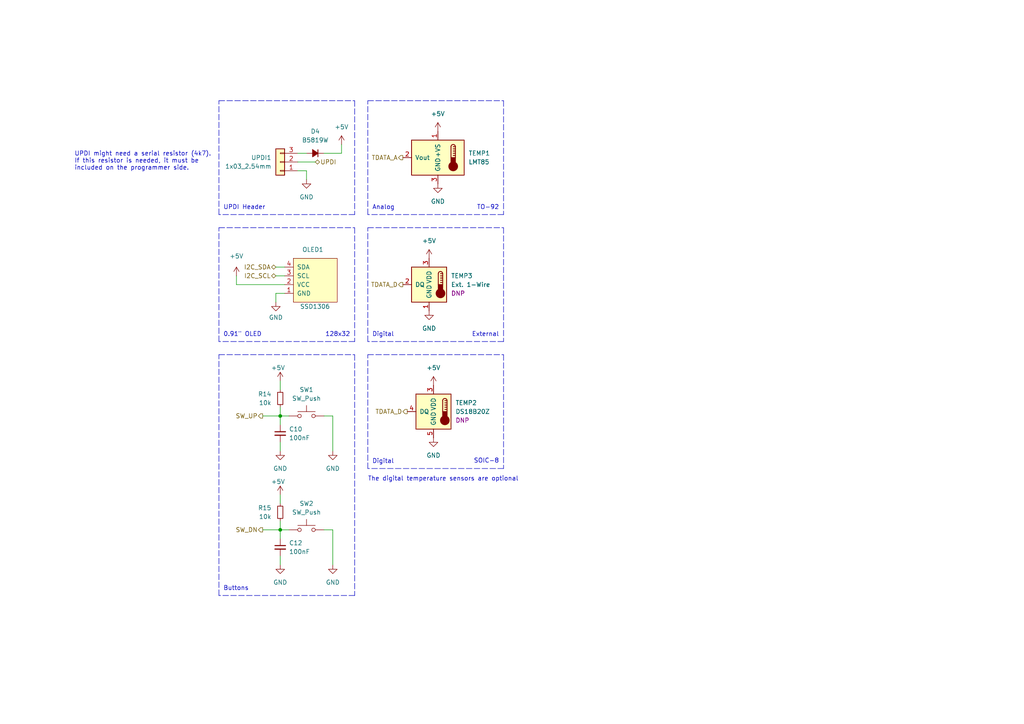
<source format=kicad_sch>
(kicad_sch (version 20211123) (generator eeschema)
  (paper "A4")
  (lib_symbols
    (symbol "Connector_Generic:Conn_01x03" (pin_names (offset 1.016) hide)
      (property "Reference" "J" (at 0 5.08 0))
      (property "Value" "Conn_01x03" (at 0 -5.08 0))
      (symbol "Conn_01x03_1_1"
        (rectangle (start -1.27 -2.413) (end 0 -2.667) (stroke (width 0.1524)))
        (rectangle (start -1.27 0.127) (end 0 -0.127) (stroke (width 0.1524)))
        (rectangle (start -1.27 2.667) (end 0 2.413) (stroke (width 0.1524)))
        (rectangle (start -1.27 3.81) (end 1.27 -3.81) (stroke (width 0.254)) (fill (type background)))
        (pin passive line (at -5.08 2.54 0) (length 3.81) (name "Pin_1") (number "1"))
        (pin passive line (at -5.08 0 0) (length 3.81) (name "Pin_2") (number "2"))
        (pin passive line (at -5.08 -2.54 0) (length 3.81) (name "Pin_3") (number "3"))
      )
    )
    (symbol "Device:C_Small" (pin_numbers hide) (pin_names (offset 0.254) hide)
      (property "Reference" "C" (at 0.254 1.778 0))
      (property "Value" "C_Small" (at 0.254 -2.032 0))
      (symbol "C_Small_0_1"
        (polyline (pts (xy -1.524 -0.508) (xy 1.524 -0.508)) (stroke (width 0.3302)))
        (polyline (pts (xy -1.524 0.508) (xy 1.524 0.508)) (stroke (width 0.3048)))
      )
      (symbol "C_Small_1_1"
        (pin passive line (at 0 2.54 270) (length 2.032) (name "~") (number "1"))
        (pin passive line (at 0 -2.54 90) (length 2.032) (name "~") (number "2"))
      )
    )
    (symbol "Device:D_Small_Filled" (pin_numbers hide) (pin_names (offset 0.254) hide)
      (property "Reference" "D" (at -1.27 2.032 0))
      (property "Value" "D_Small_Filled" (at -3.81 -2.032 0))
      (symbol "D_Small_Filled_0_1"
        (polyline (pts (xy -0.762 -1.016) (xy -0.762 1.016)) (stroke (width 0.254)))
        (polyline (pts (xy -0.762 0) (xy 0.762 0)))
        (polyline (pts (xy 0.762 -1.016) (xy -0.762 0) (xy 0.762 1.016) (xy 0.762 -1.016)) (stroke (width 0.254)) (fill (type outline)))
      )
      (symbol "D_Small_Filled_1_1"
        (pin passive line (at -2.54 0 0) (length 1.778) (name "K") (number "1"))
        (pin passive line (at 2.54 0 180) (length 1.778) (name "A") (number "2"))
      )
    )
    (symbol "Device:R_Small" (pin_numbers hide) (pin_names (offset 0.254) hide)
      (property "Reference" "R" (at 0.762 0.508 0))
      (property "Value" "R_Small" (at 0.762 -1.016 0))
      (symbol "R_Small_0_1"
        (rectangle (start -0.762 1.778) (end 0.762 -1.778) (stroke (width 0.2032)))
      )
      (symbol "R_Small_1_1"
        (pin passive line (at 0 2.54 270) (length 0.762) (name "~") (number "1"))
        (pin passive line (at 0 -2.54 90) (length 0.762) (name "~") (number "2"))
      )
    )
    (symbol "OLED SSD1306:SSD1306" (pin_names (offset 1.016))
      (property "Reference" "Brd" (at 0 -3.81 0))
      (property "Value" "SSD1306" (at 0 -1.27 0))
      (symbol "SSD1306_0_1"
        (rectangle (start -6.35 6.35) (end 6.35 -6.35) (fill (type background)))
      )
      (symbol "SSD1306_1_1"
        (pin input line (at -3.81 8.89 270) (length 2.54) (name "GND") (number "1"))
        (pin input line (at -1.27 8.89 270) (length 2.54) (name "VCC") (number "2"))
        (pin input line (at 1.27 8.89 270) (length 2.54) (name "SCL") (number "3"))
        (pin input line (at 3.81 8.89 270) (length 2.54) (name "SDA") (number "4"))
      )
    )
    (symbol "Sensor_Temperature:DS18B20" (pin_names (offset 1.016))
      (property "Reference" "U" (at -3.81 6.35 0))
      (property "Value" "DS18B20" (at 6.35 6.35 0))
      (symbol "DS18B20_0_1"
        (rectangle (start -5.08 5.08) (end 5.08 -5.08) (stroke (width 0.254)) (fill (type background)))
        (circle (center -3.302 -2.54) (radius 1.27) (stroke (width 0.254)) (fill (type outline)))
        (rectangle (start -2.667 -1.905) (end -3.937 0) (stroke (width 0.254)) (fill (type outline)))
        (arc (start -2.667 3.175) (mid -3.302 3.81) (end -3.937 3.175) (stroke (width 0.254)))
        (polyline (pts (xy -3.937 0.635) (xy -3.302 0.635)) (stroke (width 0.254)))
        (polyline (pts (xy -3.937 1.27) (xy -3.302 1.27)) (stroke (width 0.254)))
        (polyline (pts (xy -3.937 1.905) (xy -3.302 1.905)) (stroke (width 0.254)))
        (polyline (pts (xy -3.937 2.54) (xy -3.302 2.54)) (stroke (width 0.254)))
        (polyline (pts (xy -3.937 3.175) (xy -3.937 0)) (stroke (width 0.254)))
        (polyline (pts (xy -3.937 3.175) (xy -3.302 3.175)) (stroke (width 0.254)))
        (polyline (pts (xy -2.667 3.175) (xy -2.667 0)) (stroke (width 0.254)))
      )
      (symbol "DS18B20_1_1"
        (pin power_in line (at 0 -7.62 90) (length 2.54) (name "GND") (number "1"))
        (pin bidirectional line (at 7.62 0 180) (length 2.54) (name "DQ") (number "2"))
        (pin power_in line (at 0 7.62 270) (length 2.54) (name "VDD") (number "3"))
      )
    )
    (symbol "Sensor_Temperature:DS18B20Z" (pin_names (offset 1.016))
      (property "Reference" "U" (at -3.81 6.35 0))
      (property "Value" "DS18B20Z" (at 5.08 6.35 0))
      (symbol "DS18B20Z_0_1"
        (rectangle (start -5.08 5.08) (end 5.08 -5.08) (stroke (width 0.254)) (fill (type background)))
        (circle (center -3.302 -2.54) (radius 1.27) (stroke (width 0.254)) (fill (type outline)))
        (rectangle (start -2.667 -1.905) (end -3.937 0) (stroke (width 0.254)) (fill (type outline)))
        (arc (start -2.667 3.175) (mid -3.302 3.81) (end -3.937 3.175) (stroke (width 0.254)))
        (polyline (pts (xy -3.937 0.635) (xy -3.302 0.635)) (stroke (width 0.254)))
        (polyline (pts (xy -3.937 1.27) (xy -3.302 1.27)) (stroke (width 0.254)))
        (polyline (pts (xy -3.937 1.905) (xy -3.302 1.905)) (stroke (width 0.254)))
        (polyline (pts (xy -3.937 2.54) (xy -3.302 2.54)) (stroke (width 0.254)))
        (polyline (pts (xy -3.937 3.175) (xy -3.937 0)) (stroke (width 0.254)))
        (polyline (pts (xy -3.937 3.175) (xy -3.302 3.175)) (stroke (width 0.254)))
        (polyline (pts (xy -2.667 3.175) (xy -2.667 0)) (stroke (width 0.254)))
      )
      (symbol "DS18B20Z_1_1"
        (pin no_connect line (at -7.62 2.54 0) (length 2.54) hide (name "NC") (number "1"))
        (pin no_connect line (at -7.62 0 0) (length 2.54) hide (name "NC") (number "2"))
        (pin power_in line (at 0 7.62 270) (length 2.54) (name "VDD") (number "3"))
        (pin bidirectional line (at 7.62 0 180) (length 2.54) (name "DQ") (number "4"))
        (pin power_in line (at 0 -7.62 90) (length 2.54) (name "GND") (number "5"))
        (pin no_connect line (at -7.62 -2.54 0) (length 2.54) hide (name "NC") (number "6"))
        (pin no_connect line (at 7.62 2.54 180) (length 2.54) hide (name "NC") (number "7"))
        (pin no_connect line (at 7.62 -2.54 180) (length 2.54) hide (name "NC") (number "8"))
      )
    )
    (symbol "Sensor_Temperature:LM35-LP" (pin_names (offset 1.016))
      (property "Reference" "U" (at -6.35 6.35 0))
      (property "Value" "LM35-LP" (at 1.27 6.35 0))
      (symbol "LM35-LP_0_1"
        (rectangle (start -7.62 5.08) (end 7.62 -5.08) (stroke (width 0.254)) (fill (type background)))
        (circle (center -4.445 -2.54) (radius 1.27) (stroke (width 0.254)) (fill (type outline)))
        (rectangle (start -3.81 -1.905) (end -5.08 0) (stroke (width 0.254)) (fill (type outline)))
        (arc (start -3.81 3.175) (mid -4.445 3.81) (end -5.08 3.175) (stroke (width 0.254)))
        (polyline (pts (xy -5.08 0.635) (xy -4.445 0.635)) (stroke (width 0.254)))
        (polyline (pts (xy -5.08 1.27) (xy -4.445 1.27)) (stroke (width 0.254)))
        (polyline (pts (xy -5.08 1.905) (xy -4.445 1.905)) (stroke (width 0.254)))
        (polyline (pts (xy -5.08 2.54) (xy -4.445 2.54)) (stroke (width 0.254)))
        (polyline (pts (xy -5.08 3.175) (xy -5.08 0)) (stroke (width 0.254)))
        (polyline (pts (xy -5.08 3.175) (xy -4.445 3.175)) (stroke (width 0.254)))
        (polyline (pts (xy -3.81 3.175) (xy -3.81 0)) (stroke (width 0.254)))
      )
      (symbol "LM35-LP_1_1"
        (pin power_in line (at 0 7.62 270) (length 2.54) (name "+VS") (number "1"))
        (pin output line (at 10.16 0 180) (length 2.54) (name "Vout") (number "2"))
        (pin power_in line (at 0 -7.62 90) (length 2.54) (name "GND") (number "3"))
      )
    )
    (symbol "Switch:SW_Push" (pin_numbers hide) (pin_names (offset 1.016) hide)
      (property "Reference" "SW" (at 1.27 2.54 0))
      (property "Value" "SW_Push" (at 0 -1.524 0))
      (symbol "SW_Push_0_1"
        (circle (center -2.032 0) (radius 0.508))
        (polyline (pts (xy 0 1.27) (xy 0 3.048)))
        (polyline (pts (xy 2.54 1.27) (xy -2.54 1.27)))
        (circle (center 2.032 0) (radius 0.508))
        (pin passive line (at -5.08 0 0) (length 2.54) (name "1") (number "1"))
        (pin passive line (at 5.08 0 180) (length 2.54) (name "2") (number "2"))
      )
    )
    (symbol "power:+5V" (power) (pin_names (offset 0))
      (property "Value" "+5V" (at 0 3.556 0))
      (symbol "+5V_0_1"
        (polyline (pts (xy -0.762 1.27) (xy 0 2.54)))
        (polyline (pts (xy 0 0) (xy 0 2.54)))
        (polyline (pts (xy 0 2.54) (xy 0.762 1.27)))
      )
      (symbol "+5V_1_1"
        (pin power_in line (at 0 0 90) (length 0) hide (name "+5V") (number "1"))
      )
    )
    (symbol "power:GND" (power) (pin_names (offset 0))
      (property "Value" "GND" (at 0 -3.81 0))
      (symbol "GND_0_1"
        (polyline (pts (xy 0 0) (xy 0 -1.27) (xy 1.27 -1.27) (xy 0 -2.54) (xy -1.27 -1.27) (xy 0 -1.27)))
      )
      (symbol "GND_1_1"
        (pin power_in line (at 0 0 270) (length 0) hide (name "GND") (number "1"))
      )
    )
  )
  (junction (at 81.28 120.65))
  (junction (at 81.28 153.67))
  (wire (pts (xy 83.82 153.67) (xy 81.28 153.67)))
  (wire (pts (xy 81.28 163.83) (xy 81.28 161.29)))
  (wire (pts (xy 86.36 46.99) (xy 91.44 46.99)))
  (polyline (pts (xy 106.68 62.23) (xy 106.68 29.21)))
  (polyline (pts (xy 146.05 29.21) (xy 146.05 62.23)))
  (wire (pts (xy 76.2 120.65) (xy 81.28 120.65)))
  (wire (pts (xy 68.58 80.01) (xy 68.58 82.55)))
  (polyline (pts (xy 106.68 99.06) (xy 106.68 66.04)))
  (wire (pts (xy 86.36 49.53) (xy 88.9 49.53)))
  (wire (pts (xy 86.36 44.45) (xy 88.9 44.45)))
  (wire (pts (xy 99.06 44.45) (xy 99.06 41.91)))
  (wire (pts (xy 88.9 49.53) (xy 88.9 52.07)))
  (wire (pts (xy 96.52 120.65) (xy 93.98 120.65)))
  (polyline (pts (xy 63.5 29.21) (xy 102.87 29.21)))
  (wire (pts (xy 80.01 80.01) (xy 82.55 80.01)))
  (wire (pts (xy 80.01 85.09) (xy 82.55 85.09)))
  (polyline (pts (xy 146.05 135.89) (xy 106.68 135.89)))
  (wire (pts (xy 83.82 120.65) (xy 81.28 120.65)))
  (polyline (pts (xy 102.87 102.87) (xy 102.87 172.72)))
  (wire (pts (xy 81.28 153.67) (xy 81.28 156.21)))
  (polyline (pts (xy 146.05 62.23) (xy 106.68 62.23)))
  (polyline (pts (xy 63.5 66.04) (xy 102.87 66.04)))
  (polyline (pts (xy 102.87 29.21) (xy 102.87 62.23)))
  (polyline (pts (xy 102.87 172.72) (xy 63.5 172.72)))
  (wire (pts (xy 81.28 118.11) (xy 81.28 120.65)))
  (polyline (pts (xy 102.87 66.04) (xy 102.87 99.06)))
  (polyline (pts (xy 63.5 99.06) (xy 63.5 66.04)))
  (wire (pts (xy 81.28 110.49) (xy 81.28 113.03)))
  (polyline (pts (xy 106.68 135.89) (xy 106.68 102.87)))
  (wire (pts (xy 81.28 143.51) (xy 81.28 146.05)))
  (polyline (pts (xy 146.05 102.87) (xy 146.05 135.89)))
  (wire (pts (xy 80.01 77.47) (xy 82.55 77.47)))
  (polyline (pts (xy 63.5 102.87) (xy 102.87 102.87)))
  (polyline (pts (xy 146.05 99.06) (xy 106.68 99.06)))
  (wire (pts (xy 68.58 82.55) (xy 82.55 82.55)))
  (polyline (pts (xy 102.87 62.23) (xy 63.5 62.23)))
  (polyline (pts (xy 106.68 29.21) (xy 146.05 29.21)))
  (polyline (pts (xy 102.87 99.06) (xy 63.5 99.06)))
  (wire (pts (xy 81.28 130.81) (xy 81.28 128.27)))
  (polyline (pts (xy 106.68 66.04) (xy 146.05 66.04)))
  (wire (pts (xy 96.52 153.67) (xy 93.98 153.67)))
  (polyline (pts (xy 106.68 102.87) (xy 146.05 102.87)))
  (polyline (pts (xy 146.05 66.04) (xy 146.05 99.06)))
  (wire (pts (xy 93.98 44.45) (xy 99.06 44.45)))
  (wire (pts (xy 96.52 153.67) (xy 96.52 163.83)))
  (polyline (pts (xy 63.5 62.23) (xy 63.5 29.21)))
  (wire (pts (xy 81.28 151.13) (xy 81.28 153.67)))
  (wire (pts (xy 76.2 153.67) (xy 81.28 153.67)))
  (polyline (pts (xy 63.5 172.72) (xy 63.5 102.87)))
  (wire (pts (xy 80.01 87.63) (xy 80.01 85.09)))
  (wire (pts (xy 81.28 120.65) (xy 81.28 123.19)))
  (wire (pts (xy 96.52 120.65) (xy 96.52 130.81)))
  (text "SOIC-8" (at 144.78 134.4966 180) (effects (font (size 1.27 1.27)) (justify right bottom)))
  (text "Digital" (at 107.95 97.79 0) (effects (font (size 1.27 1.27)) (justify left bottom)))
  (text "UPDI Header\n" (at 64.77 60.96 0) (effects (font (size 1.27 1.27)) (justify left bottom)))
  (text "128x32" (at 101.6 97.79 180) (effects (font (size 1.27 1.27)) (justify right bottom)))
  (text "Analog" (at 107.95 60.96 0) (effects (font (size 1.27 1.27)) (justify left bottom)))
  (text "TO-92" (at 144.78 60.96 180) (effects (font (size 1.27 1.27)) (justify right bottom)))
  (text "0.91\" OLED\n" (at 64.77 97.79 0) (effects (font (size 1.27 1.27)) (justify left bottom)))
  (text "The digital temperature sensors are optional" (at 106.68 139.7 0) (effects (font (size 1.27 1.27)) (justify left bottom)))
  (text "Digital" (at 107.95 134.62 0) (effects (font (size 1.27 1.27)) (justify left bottom)))
  (text "Buttons" (at 64.77 171.45 0) (effects (font (size 1.27 1.27)) (justify left bottom)))
  (text "UPDI might need a serial resistor (4k7).\nIf this resistor is needed, it must be\nincluded on the programmer side." (at 21.59 49.53 0) (effects (font (size 1.27 1.27)) (justify left bottom)))
  (text "External" (at 144.78 97.79 180) (effects (font (size 1.27 1.27)) (justify right bottom)))
  (hierarchical_label "UPDI" (shape bidirectional) (at 91.44 46.99 0))
  (hierarchical_label "TDATA_D" (shape output) (at 116.84 82.55 180))
  (hierarchical_label "SW_UP" (shape output) (at 76.2 120.65 180))
  (hierarchical_label "TDATA_A" (shape output) (at 116.84 45.72 180))
  (hierarchical_label "I2C_SCL" (shape bidirectional) (at 80.01 80.01 180))
  (hierarchical_label "TDATA_D" (shape output) (at 118.11 119.38 180))
  (hierarchical_label "SW_DN" (shape output) (at 76.2 153.67 180))
  (hierarchical_label "I2C_SDA" (shape bidirectional) (at 80.01 77.47 180))
  (symbol (lib_id "OLED SSD1306:SSD1306") (at 91.44 81.28 90) (unit 1)
    (property "Reference" "OLED1" (at 87.63 72.39 90) (effects (justify right)))
    (property "Value" "SSD1306" (at 86.995 88.9 90) (effects (justify right)))
    (property "Footprint" "User:0.91Inch-OLED-Module" (effects hide))
    (property "Information" "buy actual OLED module else where, check pinout: GND, VDD, SCL, SDA" (effects hide))
    (property "LCSC Part Number" "C2718488" (effects hide))
    (property "LCSC Part Number Alternative" "C225501" (effects hide))
  )
  (symbol (lib_id "power:+5V") (at 127 38.1 0) (mirror y) (unit 1)
    (property "Reference" "#PWR0115" (effects hide))
    (property "Value" "+5V" (at 127 33.02 0))
  )
  (symbol (lib_id "power:GND") (at 96.52 130.81 0) (unit 1)
    (property "Reference" "#PWR0122" (effects hide))
    (property "Value" "GND" (at 96.52 135.89 0))
  )
  (symbol (lib_id "power:GND") (at 124.46 90.17 0) (unit 1)
    (property "Reference" "#PWR0124" (effects hide))
    (property "Value" "GND" (at 124.46 95.25 0))
  )
  (symbol (lib_id "Sensor_Temperature:DS18B20") (at 124.46 82.55 0) (mirror y) (unit 1)
    (property "Reference" "TEMP3" (at 130.81 80.0099 0) (effects (justify right)))
    (property "Value" "Ext. 1-Wire" (at 130.81 82.5499 0) (effects (justify right)))
    (property "Footprint" "Connector_PinHeader_2.54mm:PinHeader_1x03_P2.54mm_Vertical" (effects hide))
    (property "Datasheet" "http://datasheets.maximintegrated.com/en/ds/DS18B20.pdf" (effects hide))
    (property "Assembly" "DNP" (at 130.81 85.0899 0) (effects (justify right)))
    (property "Information" "DNP, do not solder this header, just push the header in (friction fit)" (effects hide))
  )
  (symbol (lib_id "Device:C_Small") (at 81.28 125.73 0) (unit 1)
    (property "Reference" "C10" (at 83.82 124.4662 0) (effects (justify left)))
    (property "Value" "100nF" (at 83.82 127.0062 0) (effects (justify left)))
    (property "Footprint" "Capacitor_SMD:C_0805_2012Metric" (effects hide))
    (property "Information" "X7R" (effects hide))
    (property "LCSC Part Number" "C1711" (effects hide))
    (property "LCSC Part Number Alternative" "C49678" (effects hide))
  )
  (symbol (lib_id "Sensor_Temperature:DS18B20Z") (at 125.73 119.38 0) (mirror y) (unit 1)
    (property "Reference" "TEMP2" (at 132.08 116.8399 0) (effects (justify right)))
    (property "Value" "DS18B20Z" (at 132.08 119.3799 0) (effects (justify right)))
    (property "Footprint" "Package_SO:SOIC-8_3.9x4.9mm_P1.27mm" (effects hide))
    (property "LCSC Part Number" "C695837" (effects hide))
    (property "LCSC Part Number Alternative" "C97190" (effects hide))
    (property "Assembly" "DNP" (at 132.08 121.9199 0) (effects (justify right)))
    (property "Information" "DNP" (effects hide))
  )
  (symbol (lib_id "power:+5V") (at 81.28 110.49 0) (unit 1)
    (property "Reference" "#PWR0119" (effects hide))
    (property "Value" "+5V" (at 80.645 106.68 0))
  )
  (symbol (lib_id "power:+5V") (at 125.73 111.76 0) (unit 1)
    (property "Reference" "#PWR0113" (effects hide))
    (property "Value" "+5V" (at 125.73 106.68 0))
  )
  (symbol (lib_id "Switch:SW_Push") (at 88.9 153.67 0) (unit 1)
    (property "Reference" "SW2" (at 88.9 146.05 0))
    (property "Value" "SW_Push" (at 88.9 148.59 0))
    (property "Footprint" "Button_Switch_THT:SW_PUSH_6mm" (effects hide))
    (property "LCSC Part Number" "C136682" (effects hide))
    (property "LCSC Part Number Alternative" "C202375" (effects hide))
  )
  (symbol (lib_id "power:+5V") (at 81.28 143.51 0) (unit 1)
    (property "Reference" "#PWR0121" (effects hide))
    (property "Value" "+5V" (at 80.645 139.7 0))
  )
  (symbol (lib_id "Device:D_Small_Filled") (at 91.44 44.45 180) (unit 1)
    (property "Reference" "D4" (at 91.44 38.1 0))
    (property "Value" "B5819W" (at 91.44 40.64 0))
    (property "Footprint" "Diode_SMD:D_SOD-123" (effects hide))
    (property "LCSC Part Number" "C64885" (effects hide))
    (property "LCSC Part Number Alternative" "C109213" (effects hide))
  )
  (symbol (lib_id "power:+5V") (at 99.06 41.91 0) (unit 1)
    (property "Reference" "#PWR0127" (effects hide))
    (property "Value" "+5V" (at 99.06 36.83 0))
  )
  (symbol (lib_id "Connector_Generic:Conn_01x03") (at 81.28 46.99 180) (unit 1)
    (property "Reference" "UPDI1" (at 78.74 45.7199 0) (effects (justify left)))
    (property "Value" "1x03_2.54mm" (at 78.74 48.2599 0) (effects (justify left)))
    (property "Footprint" "Connector_PinHeader_2.54mm:PinHeader_1x03_P2.54mm_Vertical" (effects hide))
    (property "LCSC Part Number" "C49257" (effects hide))
    (property "LCSC Part Number Alternative" "C429954" (effects hide))
    (property "Information" "do not solder this header, just push the header in (friction fit)" (effects hide))
  )
  (symbol (lib_id "power:GND") (at 125.73 127 0) (unit 1)
    (property "Reference" "#PWR0116" (effects hide))
    (property "Value" "GND" (at 125.73 132.08 0))
  )
  (symbol (lib_id "power:GND") (at 81.28 130.81 0) (unit 1)
    (property "Reference" "#PWR0136" (effects hide))
    (property "Value" "GND" (at 81.28 135.89 0))
  )
  (symbol (lib_id "Device:R_Small") (at 81.28 148.59 180) (unit 1)
    (property "Reference" "R15" (at 78.74 147.3199 0) (effects (justify left)))
    (property "Value" "10k" (at 78.74 149.8599 0) (effects (justify left)))
    (property "Footprint" "Resistor_SMD:R_0805_2012Metric" (effects hide))
    (property "Information" "1%" (effects hide))
    (property "LCSC Part Number" "C17414" (effects hide))
    (property "LCSC Part Number Alternative" "C84376" (effects hide))
  )
  (symbol (lib_id "power:GND") (at 127 53.34 0) (unit 1)
    (property "Reference" "#PWR0104" (effects hide))
    (property "Value" "GND" (at 127 58.42 0))
  )
  (symbol (lib_id "power:GND") (at 96.52 163.83 0) (unit 1)
    (property "Reference" "#PWR0117" (effects hide))
    (property "Value" "GND" (at 96.52 168.91 0))
  )
  (symbol (lib_id "power:GND") (at 80.01 87.63 0) (unit 1)
    (property "Reference" "#PWR0125" (effects hide))
    (property "Value" "GND" (at 80.01 92.075 0))
  )
  (symbol (lib_id "Device:C_Small") (at 81.28 158.75 0) (unit 1)
    (property "Reference" "C12" (at 83.82 157.4862 0) (effects (justify left)))
    (property "Value" "100nF" (at 83.82 160.0262 0) (effects (justify left)))
    (property "Footprint" "Capacitor_SMD:C_0805_2012Metric" (effects hide))
    (property "Information" "X7R" (effects hide))
    (property "LCSC Part Number" "C1711" (effects hide))
    (property "LCSC Part Number Alternative" "C49678" (effects hide))
  )
  (symbol (lib_id "power:+5V") (at 68.58 80.01 0) (unit 1)
    (property "Reference" "#PWR0123" (effects hide))
    (property "Value" "+5V" (at 68.58 74.295 0))
  )
  (symbol (lib_id "power:GND") (at 81.28 163.83 0) (unit 1)
    (property "Reference" "#PWR0118" (effects hide))
    (property "Value" "GND" (at 81.28 168.91 0))
  )
  (symbol (lib_id "Device:R_Small") (at 81.28 115.57 180) (unit 1)
    (property "Reference" "R14" (at 78.74 114.2999 0) (effects (justify left)))
    (property "Value" "10k" (at 78.74 116.8399 0) (effects (justify left)))
    (property "Footprint" "Resistor_SMD:R_0805_2012Metric" (effects hide))
    (property "Information" "1%" (effects hide))
    (property "LCSC Part Number" "C17414" (effects hide))
    (property "LCSC Part Number Alternative" "C84376" (effects hide))
  )
  (symbol (lib_id "Switch:SW_Push") (at 88.9 120.65 0) (unit 1)
    (property "Reference" "SW1" (at 88.9 113.03 0))
    (property "Value" "SW_Push" (at 88.9 115.57 0))
    (property "Footprint" "Button_Switch_THT:SW_PUSH_6mm" (effects hide))
    (property "LCSC Part Number" "C136682" (effects hide))
    (property "LCSC Part Number Alternative" "C202375" (effects hide))
  )
  (symbol (lib_id "power:+5V") (at 124.46 74.93 0) (mirror y) (unit 1)
    (property "Reference" "#PWR0114" (effects hide))
    (property "Value" "+5V" (at 124.46 69.85 0))
  )
  (symbol (lib_id "Sensor_Temperature:LM35-LP") (at 127 45.72 0) (mirror y) (unit 1)
    (property "Reference" "TEMP1" (at 135.89 44.4499 0) (effects (justify right)))
    (property "Value" "LMT85" (at 135.89 46.9899 0) (effects (justify right)))
    (property "Footprint" "Package_TO_SOT_THT:TO-92_Inline" (effects hide))
    (property "LCSC Part Number" "C75856" (effects hide))
  )
  (symbol (lib_id "power:GND") (at 88.9 52.07 0) (unit 1)
    (property "Reference" "#PWR0126" (effects hide))
    (property "Value" "GND" (at 88.9 57.15 0))
  )
)
</source>
